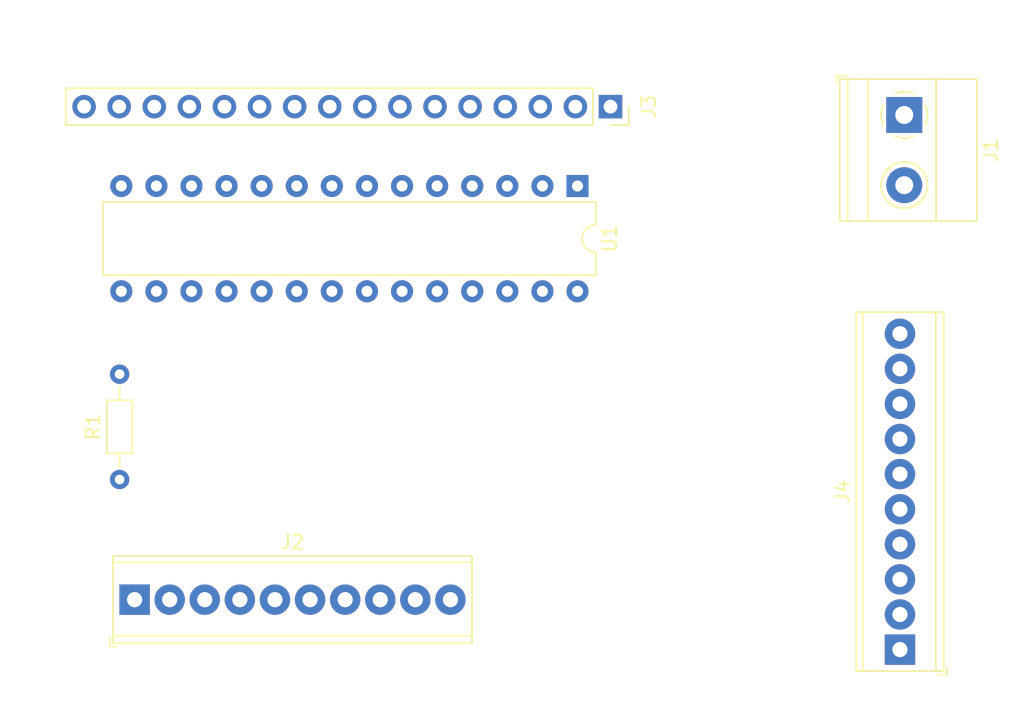
<source format=kicad_pcb>
(kicad_pcb (version 20171130) (host pcbnew "(5.1.12)-1")

  (general
    (thickness 1.6)
    (drawings 4)
    (tracks 0)
    (zones 0)
    (modules 6)
    (nets 57)
  )

  (page A4)
  (layers
    (0 F.Cu signal)
    (31 B.Cu signal)
    (32 B.Adhes user)
    (33 F.Adhes user)
    (34 B.Paste user)
    (35 F.Paste user)
    (36 B.SilkS user)
    (37 F.SilkS user)
    (38 B.Mask user)
    (39 F.Mask user)
    (40 Dwgs.User user)
    (41 Cmts.User user)
    (42 Eco1.User user)
    (43 Eco2.User user)
    (44 Edge.Cuts user)
    (45 Margin user)
    (46 B.CrtYd user)
    (47 F.CrtYd user)
    (48 B.Fab user)
    (49 F.Fab user)
  )

  (setup
    (last_trace_width 0.25)
    (trace_clearance 0.2)
    (zone_clearance 0.508)
    (zone_45_only no)
    (trace_min 0.2)
    (via_size 0.8)
    (via_drill 0.4)
    (via_min_size 0.4)
    (via_min_drill 0.3)
    (uvia_size 0.3)
    (uvia_drill 0.1)
    (uvias_allowed no)
    (uvia_min_size 0.2)
    (uvia_min_drill 0.1)
    (edge_width 0.05)
    (segment_width 0.2)
    (pcb_text_width 0.3)
    (pcb_text_size 1.5 1.5)
    (mod_edge_width 0.12)
    (mod_text_size 1 1)
    (mod_text_width 0.15)
    (pad_size 1.524 1.524)
    (pad_drill 0.762)
    (pad_to_mask_clearance 0)
    (aux_axis_origin 0 0)
    (visible_elements 7FFFFFFF)
    (pcbplotparams
      (layerselection 0x010fc_ffffffff)
      (usegerberextensions false)
      (usegerberattributes true)
      (usegerberadvancedattributes true)
      (creategerberjobfile true)
      (excludeedgelayer true)
      (linewidth 0.100000)
      (plotframeref false)
      (viasonmask false)
      (mode 1)
      (useauxorigin false)
      (hpglpennumber 1)
      (hpglpenspeed 20)
      (hpglpendiameter 15.000000)
      (psnegative false)
      (psa4output false)
      (plotreference true)
      (plotvalue true)
      (plotinvisibletext false)
      (padsonsilk false)
      (subtractmaskfromsilk false)
      (outputformat 1)
      (mirror false)
      (drillshape 1)
      (scaleselection 1)
      (outputdirectory ""))
  )

  (net 0 "")
  (net 1 "Net-(U1-Pad16)")
  (net 2 "Net-(U1-Pad14)")
  (net 3 "Net-(U1-Pad13)")
  (net 4 "Net-(U1-Pad12)")
  (net 5 "Net-(U1-Pad11)")
  (net 6 "Net-(U1-Pad10)")
  (net 7 "Net-(U1-Pad9)")
  (net 8 "Net-(U1-Pad8)")
  (net 9 "Net-(U1-Pad7)")
  (net 10 "Net-(U1-Pad6)")
  (net 11 "Net-(U1-Pad1)")
  (net 12 "Net-(J2-Pad1)")
  (net 13 "Net-(J3-Pad16)")
  (net 14 "Net-(J3-Pad15)")
  (net 15 "Net-(J3-Pad14)")
  (net 16 "Net-(J3-Pad13)")
  (net 17 "Net-(J3-Pad12)")
  (net 18 "Net-(J3-Pad11)")
  (net 19 "Net-(J3-Pad10)")
  (net 20 "Net-(J3-Pad9)")
  (net 21 "Net-(J3-Pad8)")
  (net 22 "Net-(J3-Pad7)")
  (net 23 "Net-(J3-Pad6)")
  (net 24 "Net-(J3-Pad5)")
  (net 25 "Net-(J3-Pad4)")
  (net 26 "Net-(J3-Pad3)")
  (net 27 "Net-(J3-Pad1)")
  (net 28 "Net-(U1-Pad28)")
  (net 29 "Net-(U1-Pad27)")
  (net 30 "Net-(U1-Pad26)")
  (net 31 "Net-(U1-Pad25)")
  (net 32 "Net-(U1-Pad24)")
  (net 33 "Net-(U1-Pad23)")
  (net 34 "Net-(U1-Pad22)")
  (net 35 "Net-(U1-Pad21)")
  (net 36 "Net-(U1-Pad20)")
  (net 37 "Net-(U1-Pad19)")
  (net 38 "Net-(U1-Pad18)")
  (net 39 "Net-(U1-Pad17)")
  (net 40 GND)
  (net 41 "Net-(J2-Pad10)")
  (net 42 "Net-(J2-Pad9)")
  (net 43 "Net-(J2-Pad8)")
  (net 44 "Net-(J2-Pad7)")
  (net 45 "Net-(J2-Pad6)")
  (net 46 "Net-(J2-Pad5)")
  (net 47 "Net-(J2-Pad4)")
  (net 48 "Net-(J2-Pad3)")
  (net 49 "Net-(J2-Pad2)")
  (net 50 +5V)
  (net 51 "Net-(R1-Pad2)")
  (net 52 "Net-(J4-Pad7)")
  (net 53 "Net-(J4-Pad5)")
  (net 54 "Net-(J4-Pad4)")
  (net 55 "Net-(J4-Pad3)")
  (net 56 "Net-(J4-Pad2)")

  (net_class Default "This is the default net class."
    (clearance 0.2)
    (trace_width 0.25)
    (via_dia 0.8)
    (via_drill 0.4)
    (uvia_dia 0.3)
    (uvia_drill 0.1)
    (add_net +5V)
    (add_net GND)
    (add_net "Net-(J2-Pad1)")
    (add_net "Net-(J2-Pad10)")
    (add_net "Net-(J2-Pad2)")
    (add_net "Net-(J2-Pad3)")
    (add_net "Net-(J2-Pad4)")
    (add_net "Net-(J2-Pad5)")
    (add_net "Net-(J2-Pad6)")
    (add_net "Net-(J2-Pad7)")
    (add_net "Net-(J2-Pad8)")
    (add_net "Net-(J2-Pad9)")
    (add_net "Net-(J3-Pad1)")
    (add_net "Net-(J3-Pad10)")
    (add_net "Net-(J3-Pad11)")
    (add_net "Net-(J3-Pad12)")
    (add_net "Net-(J3-Pad13)")
    (add_net "Net-(J3-Pad14)")
    (add_net "Net-(J3-Pad15)")
    (add_net "Net-(J3-Pad16)")
    (add_net "Net-(J3-Pad3)")
    (add_net "Net-(J3-Pad4)")
    (add_net "Net-(J3-Pad5)")
    (add_net "Net-(J3-Pad6)")
    (add_net "Net-(J3-Pad7)")
    (add_net "Net-(J3-Pad8)")
    (add_net "Net-(J3-Pad9)")
    (add_net "Net-(J4-Pad2)")
    (add_net "Net-(J4-Pad3)")
    (add_net "Net-(J4-Pad4)")
    (add_net "Net-(J4-Pad5)")
    (add_net "Net-(J4-Pad7)")
    (add_net "Net-(R1-Pad2)")
    (add_net "Net-(U1-Pad1)")
    (add_net "Net-(U1-Pad10)")
    (add_net "Net-(U1-Pad11)")
    (add_net "Net-(U1-Pad12)")
    (add_net "Net-(U1-Pad13)")
    (add_net "Net-(U1-Pad14)")
    (add_net "Net-(U1-Pad16)")
    (add_net "Net-(U1-Pad17)")
    (add_net "Net-(U1-Pad18)")
    (add_net "Net-(U1-Pad19)")
    (add_net "Net-(U1-Pad20)")
    (add_net "Net-(U1-Pad21)")
    (add_net "Net-(U1-Pad22)")
    (add_net "Net-(U1-Pad23)")
    (add_net "Net-(U1-Pad24)")
    (add_net "Net-(U1-Pad25)")
    (add_net "Net-(U1-Pad26)")
    (add_net "Net-(U1-Pad27)")
    (add_net "Net-(U1-Pad28)")
    (add_net "Net-(U1-Pad6)")
    (add_net "Net-(U1-Pad7)")
    (add_net "Net-(U1-Pad8)")
    (add_net "Net-(U1-Pad9)")
  )

  (module TerminalBlock_Phoenix:TerminalBlock_Phoenix_MPT-0,5-10-2.54_1x10_P2.54mm_Horizontal (layer F.Cu) (tedit 5B294F9E) (tstamp 63152808)
    (at 168.45788 76.12126 90)
    (descr "Terminal Block Phoenix MPT-0,5-10-2.54, 10 pins, pitch 2.54mm, size 25.9x6.2mm^2, drill diamater 1.1mm, pad diameter 2.2mm, see http://www.mouser.com/ds/2/324/ItemDetail_1725672-916605.pdf, script-generated using https://github.com/pointhi/kicad-footprint-generator/scripts/TerminalBlock_Phoenix")
    (tags "THT Terminal Block Phoenix MPT-0,5-10-2.54 pitch 2.54mm size 25.9x6.2mm^2 drill 1.1mm pad 2.2mm")
    (path /63152CD3)
    (fp_text reference J4 (at 11.43 -4.16 90) (layer F.SilkS)
      (effects (font (size 1 1) (thickness 0.15)))
    )
    (fp_text value Conn_01x10_Female (at 11.43 4.16 90) (layer F.Fab)
      (effects (font (size 1 1) (thickness 0.15)))
    )
    (fp_text user %R (at 11.43 2 90) (layer F.Fab)
      (effects (font (size 1 1) (thickness 0.15)))
    )
    (fp_circle (center 0 0) (end 1.1 0) (layer F.Fab) (width 0.1))
    (fp_circle (center 2.54 0) (end 3.64 0) (layer F.Fab) (width 0.1))
    (fp_circle (center 5.08 0) (end 6.18 0) (layer F.Fab) (width 0.1))
    (fp_circle (center 7.62 0) (end 8.72 0) (layer F.Fab) (width 0.1))
    (fp_circle (center 10.16 0) (end 11.26 0) (layer F.Fab) (width 0.1))
    (fp_circle (center 12.7 0) (end 13.8 0) (layer F.Fab) (width 0.1))
    (fp_circle (center 15.24 0) (end 16.34 0) (layer F.Fab) (width 0.1))
    (fp_circle (center 17.78 0) (end 18.88 0) (layer F.Fab) (width 0.1))
    (fp_circle (center 20.32 0) (end 21.42 0) (layer F.Fab) (width 0.1))
    (fp_circle (center 22.86 0) (end 23.96 0) (layer F.Fab) (width 0.1))
    (fp_line (start -1.5 -3.1) (end 24.36 -3.1) (layer F.Fab) (width 0.1))
    (fp_line (start 24.36 -3.1) (end 24.36 3.1) (layer F.Fab) (width 0.1))
    (fp_line (start 24.36 3.1) (end -1 3.1) (layer F.Fab) (width 0.1))
    (fp_line (start -1 3.1) (end -1.5 2.6) (layer F.Fab) (width 0.1))
    (fp_line (start -1.5 2.6) (end -1.5 -3.1) (layer F.Fab) (width 0.1))
    (fp_line (start -1.5 2.6) (end 24.36 2.6) (layer F.Fab) (width 0.1))
    (fp_line (start -1.56 2.6) (end 24.42 2.6) (layer F.SilkS) (width 0.12))
    (fp_line (start -1.5 -2.7) (end 24.36 -2.7) (layer F.Fab) (width 0.1))
    (fp_line (start -1.56 -2.7) (end 24.42 -2.7) (layer F.SilkS) (width 0.12))
    (fp_line (start -1.56 -3.16) (end 24.42 -3.16) (layer F.SilkS) (width 0.12))
    (fp_line (start -1.56 3.16) (end 24.42 3.16) (layer F.SilkS) (width 0.12))
    (fp_line (start -1.56 -3.16) (end -1.56 3.16) (layer F.SilkS) (width 0.12))
    (fp_line (start 24.42 -3.16) (end 24.42 3.16) (layer F.SilkS) (width 0.12))
    (fp_line (start 0.835 -0.7) (end -0.701 0.835) (layer F.Fab) (width 0.1))
    (fp_line (start 0.701 -0.835) (end -0.835 0.7) (layer F.Fab) (width 0.1))
    (fp_line (start 3.375 -0.7) (end 1.84 0.835) (layer F.Fab) (width 0.1))
    (fp_line (start 3.241 -0.835) (end 1.706 0.7) (layer F.Fab) (width 0.1))
    (fp_line (start 5.915 -0.7) (end 4.38 0.835) (layer F.Fab) (width 0.1))
    (fp_line (start 5.781 -0.835) (end 4.246 0.7) (layer F.Fab) (width 0.1))
    (fp_line (start 8.455 -0.7) (end 6.92 0.835) (layer F.Fab) (width 0.1))
    (fp_line (start 8.321 -0.835) (end 6.786 0.7) (layer F.Fab) (width 0.1))
    (fp_line (start 10.995 -0.7) (end 9.46 0.835) (layer F.Fab) (width 0.1))
    (fp_line (start 10.861 -0.835) (end 9.326 0.7) (layer F.Fab) (width 0.1))
    (fp_line (start 13.535 -0.7) (end 12 0.835) (layer F.Fab) (width 0.1))
    (fp_line (start 13.401 -0.835) (end 11.866 0.7) (layer F.Fab) (width 0.1))
    (fp_line (start 16.075 -0.7) (end 14.54 0.835) (layer F.Fab) (width 0.1))
    (fp_line (start 15.941 -0.835) (end 14.406 0.7) (layer F.Fab) (width 0.1))
    (fp_line (start 18.615 -0.7) (end 17.08 0.835) (layer F.Fab) (width 0.1))
    (fp_line (start 18.481 -0.835) (end 16.946 0.7) (layer F.Fab) (width 0.1))
    (fp_line (start 21.155 -0.7) (end 19.62 0.835) (layer F.Fab) (width 0.1))
    (fp_line (start 21.021 -0.835) (end 19.486 0.7) (layer F.Fab) (width 0.1))
    (fp_line (start 23.695 -0.7) (end 22.16 0.835) (layer F.Fab) (width 0.1))
    (fp_line (start 23.561 -0.835) (end 22.026 0.7) (layer F.Fab) (width 0.1))
    (fp_line (start -1.8 2.66) (end -1.8 3.4) (layer F.SilkS) (width 0.12))
    (fp_line (start -1.8 3.4) (end -1.3 3.4) (layer F.SilkS) (width 0.12))
    (fp_line (start -2 -3.6) (end -2 3.6) (layer F.CrtYd) (width 0.05))
    (fp_line (start -2 3.6) (end 24.86 3.6) (layer F.CrtYd) (width 0.05))
    (fp_line (start 24.86 3.6) (end 24.86 -3.6) (layer F.CrtYd) (width 0.05))
    (fp_line (start 24.86 -3.6) (end -2 -3.6) (layer F.CrtYd) (width 0.05))
    (pad 10 thru_hole circle (at 22.86 0 90) (size 2.2 2.2) (drill 1.1) (layers *.Cu *.Mask)
      (net 49 "Net-(J2-Pad2)"))
    (pad 9 thru_hole circle (at 20.32 0 90) (size 2.2 2.2) (drill 1.1) (layers *.Cu *.Mask)
      (net 48 "Net-(J2-Pad3)"))
    (pad 8 thru_hole circle (at 17.78 0 90) (size 2.2 2.2) (drill 1.1) (layers *.Cu *.Mask)
      (net 47 "Net-(J2-Pad4)"))
    (pad 7 thru_hole circle (at 15.24 0 90) (size 2.2 2.2) (drill 1.1) (layers *.Cu *.Mask)
      (net 52 "Net-(J4-Pad7)"))
    (pad 6 thru_hole circle (at 12.7 0 90) (size 2.2 2.2) (drill 1.1) (layers *.Cu *.Mask)
      (net 45 "Net-(J2-Pad6)"))
    (pad 5 thru_hole circle (at 10.16 0 90) (size 2.2 2.2) (drill 1.1) (layers *.Cu *.Mask)
      (net 53 "Net-(J4-Pad5)"))
    (pad 4 thru_hole circle (at 7.62 0 90) (size 2.2 2.2) (drill 1.1) (layers *.Cu *.Mask)
      (net 54 "Net-(J4-Pad4)"))
    (pad 3 thru_hole circle (at 5.08 0 90) (size 2.2 2.2) (drill 1.1) (layers *.Cu *.Mask)
      (net 55 "Net-(J4-Pad3)"))
    (pad 2 thru_hole circle (at 2.54 0 90) (size 2.2 2.2) (drill 1.1) (layers *.Cu *.Mask)
      (net 56 "Net-(J4-Pad2)"))
    (pad 1 thru_hole rect (at 0 0 90) (size 2.2 2.2) (drill 1.1) (layers *.Cu *.Mask)
      (net 41 "Net-(J2-Pad10)"))
    (model ${KISYS3DMOD}/TerminalBlock_Phoenix.3dshapes/TerminalBlock_Phoenix_MPT-0,5-10-2.54_1x10_P2.54mm_Horizontal.wrl
      (at (xyz 0 0 0))
      (scale (xyz 1 1 1))
      (rotate (xyz 0 0 0))
    )
  )

  (module TerminalBlock_Phoenix:TerminalBlock_Phoenix_MPT-0,5-10-2.54_1x10_P2.54mm_Horizontal (layer F.Cu) (tedit 5B294F9E) (tstamp 63147292)
    (at 113.06048 72.50684)
    (descr "Terminal Block Phoenix MPT-0,5-10-2.54, 10 pins, pitch 2.54mm, size 25.9x6.2mm^2, drill diamater 1.1mm, pad diameter 2.2mm, see http://www.mouser.com/ds/2/324/ItemDetail_1725672-916605.pdf, script-generated using https://github.com/pointhi/kicad-footprint-generator/scripts/TerminalBlock_Phoenix")
    (tags "THT Terminal Block Phoenix MPT-0,5-10-2.54 pitch 2.54mm size 25.9x6.2mm^2 drill 1.1mm pad 2.2mm")
    (path /63160366)
    (fp_text reference J2 (at 11.43 -4.16) (layer F.SilkS)
      (effects (font (size 1 1) (thickness 0.15)))
    )
    (fp_text value Conn_01x10 (at 11.43 4.16) (layer F.Fab)
      (effects (font (size 1 1) (thickness 0.15)))
    )
    (fp_text user %R (at 11.43 2) (layer F.Fab)
      (effects (font (size 1 1) (thickness 0.15)))
    )
    (fp_circle (center 0 0) (end 1.1 0) (layer F.Fab) (width 0.1))
    (fp_circle (center 2.54 0) (end 3.64 0) (layer F.Fab) (width 0.1))
    (fp_circle (center 5.08 0) (end 6.18 0) (layer F.Fab) (width 0.1))
    (fp_circle (center 7.62 0) (end 8.72 0) (layer F.Fab) (width 0.1))
    (fp_circle (center 10.16 0) (end 11.26 0) (layer F.Fab) (width 0.1))
    (fp_circle (center 12.7 0) (end 13.8 0) (layer F.Fab) (width 0.1))
    (fp_circle (center 15.24 0) (end 16.34 0) (layer F.Fab) (width 0.1))
    (fp_circle (center 17.78 0) (end 18.88 0) (layer F.Fab) (width 0.1))
    (fp_circle (center 20.32 0) (end 21.42 0) (layer F.Fab) (width 0.1))
    (fp_circle (center 22.86 0) (end 23.96 0) (layer F.Fab) (width 0.1))
    (fp_line (start -1.5 -3.1) (end 24.36 -3.1) (layer F.Fab) (width 0.1))
    (fp_line (start 24.36 -3.1) (end 24.36 3.1) (layer F.Fab) (width 0.1))
    (fp_line (start 24.36 3.1) (end -1 3.1) (layer F.Fab) (width 0.1))
    (fp_line (start -1 3.1) (end -1.5 2.6) (layer F.Fab) (width 0.1))
    (fp_line (start -1.5 2.6) (end -1.5 -3.1) (layer F.Fab) (width 0.1))
    (fp_line (start -1.5 2.6) (end 24.36 2.6) (layer F.Fab) (width 0.1))
    (fp_line (start -1.56 2.6) (end 24.42 2.6) (layer F.SilkS) (width 0.12))
    (fp_line (start -1.5 -2.7) (end 24.36 -2.7) (layer F.Fab) (width 0.1))
    (fp_line (start -1.56 -2.7) (end 24.42 -2.7) (layer F.SilkS) (width 0.12))
    (fp_line (start -1.56 -3.16) (end 24.42 -3.16) (layer F.SilkS) (width 0.12))
    (fp_line (start -1.56 3.16) (end 24.42 3.16) (layer F.SilkS) (width 0.12))
    (fp_line (start -1.56 -3.16) (end -1.56 3.16) (layer F.SilkS) (width 0.12))
    (fp_line (start 24.42 -3.16) (end 24.42 3.16) (layer F.SilkS) (width 0.12))
    (fp_line (start 0.835 -0.7) (end -0.701 0.835) (layer F.Fab) (width 0.1))
    (fp_line (start 0.701 -0.835) (end -0.835 0.7) (layer F.Fab) (width 0.1))
    (fp_line (start 3.375 -0.7) (end 1.84 0.835) (layer F.Fab) (width 0.1))
    (fp_line (start 3.241 -0.835) (end 1.706 0.7) (layer F.Fab) (width 0.1))
    (fp_line (start 5.915 -0.7) (end 4.38 0.835) (layer F.Fab) (width 0.1))
    (fp_line (start 5.781 -0.835) (end 4.246 0.7) (layer F.Fab) (width 0.1))
    (fp_line (start 8.455 -0.7) (end 6.92 0.835) (layer F.Fab) (width 0.1))
    (fp_line (start 8.321 -0.835) (end 6.786 0.7) (layer F.Fab) (width 0.1))
    (fp_line (start 10.995 -0.7) (end 9.46 0.835) (layer F.Fab) (width 0.1))
    (fp_line (start 10.861 -0.835) (end 9.326 0.7) (layer F.Fab) (width 0.1))
    (fp_line (start 13.535 -0.7) (end 12 0.835) (layer F.Fab) (width 0.1))
    (fp_line (start 13.401 -0.835) (end 11.866 0.7) (layer F.Fab) (width 0.1))
    (fp_line (start 16.075 -0.7) (end 14.54 0.835) (layer F.Fab) (width 0.1))
    (fp_line (start 15.941 -0.835) (end 14.406 0.7) (layer F.Fab) (width 0.1))
    (fp_line (start 18.615 -0.7) (end 17.08 0.835) (layer F.Fab) (width 0.1))
    (fp_line (start 18.481 -0.835) (end 16.946 0.7) (layer F.Fab) (width 0.1))
    (fp_line (start 21.155 -0.7) (end 19.62 0.835) (layer F.Fab) (width 0.1))
    (fp_line (start 21.021 -0.835) (end 19.486 0.7) (layer F.Fab) (width 0.1))
    (fp_line (start 23.695 -0.7) (end 22.16 0.835) (layer F.Fab) (width 0.1))
    (fp_line (start 23.561 -0.835) (end 22.026 0.7) (layer F.Fab) (width 0.1))
    (fp_line (start -1.8 2.66) (end -1.8 3.4) (layer F.SilkS) (width 0.12))
    (fp_line (start -1.8 3.4) (end -1.3 3.4) (layer F.SilkS) (width 0.12))
    (fp_line (start -2 -3.6) (end -2 3.6) (layer F.CrtYd) (width 0.05))
    (fp_line (start -2 3.6) (end 24.86 3.6) (layer F.CrtYd) (width 0.05))
    (fp_line (start 24.86 3.6) (end 24.86 -3.6) (layer F.CrtYd) (width 0.05))
    (fp_line (start 24.86 -3.6) (end -2 -3.6) (layer F.CrtYd) (width 0.05))
    (pad 10 thru_hole circle (at 22.86 0) (size 2.2 2.2) (drill 1.1) (layers *.Cu *.Mask)
      (net 41 "Net-(J2-Pad10)"))
    (pad 9 thru_hole circle (at 20.32 0) (size 2.2 2.2) (drill 1.1) (layers *.Cu *.Mask)
      (net 42 "Net-(J2-Pad9)"))
    (pad 8 thru_hole circle (at 17.78 0) (size 2.2 2.2) (drill 1.1) (layers *.Cu *.Mask)
      (net 43 "Net-(J2-Pad8)"))
    (pad 7 thru_hole circle (at 15.24 0) (size 2.2 2.2) (drill 1.1) (layers *.Cu *.Mask)
      (net 44 "Net-(J2-Pad7)"))
    (pad 6 thru_hole circle (at 12.7 0) (size 2.2 2.2) (drill 1.1) (layers *.Cu *.Mask)
      (net 45 "Net-(J2-Pad6)"))
    (pad 5 thru_hole circle (at 10.16 0) (size 2.2 2.2) (drill 1.1) (layers *.Cu *.Mask)
      (net 46 "Net-(J2-Pad5)"))
    (pad 4 thru_hole circle (at 7.62 0) (size 2.2 2.2) (drill 1.1) (layers *.Cu *.Mask)
      (net 47 "Net-(J2-Pad4)"))
    (pad 3 thru_hole circle (at 5.08 0) (size 2.2 2.2) (drill 1.1) (layers *.Cu *.Mask)
      (net 48 "Net-(J2-Pad3)"))
    (pad 2 thru_hole circle (at 2.54 0) (size 2.2 2.2) (drill 1.1) (layers *.Cu *.Mask)
      (net 49 "Net-(J2-Pad2)"))
    (pad 1 thru_hole rect (at 0 0) (size 2.2 2.2) (drill 1.1) (layers *.Cu *.Mask)
      (net 12 "Net-(J2-Pad1)"))
    (model ${KISYS3DMOD}/TerminalBlock_Phoenix.3dshapes/TerminalBlock_Phoenix_MPT-0,5-10-2.54_1x10_P2.54mm_Horizontal.wrl
      (at (xyz 0 0 0))
      (scale (xyz 1 1 1))
      (rotate (xyz 0 0 0))
    )
  )

  (module Resistor_THT:R_Axial_DIN0204_L3.6mm_D1.6mm_P7.62mm_Horizontal (layer F.Cu) (tedit 5AE5139B) (tstamp 6314905A)
    (at 111.9759 63.80988 90)
    (descr "Resistor, Axial_DIN0204 series, Axial, Horizontal, pin pitch=7.62mm, 0.167W, length*diameter=3.6*1.6mm^2, http://cdn-reichelt.de/documents/datenblatt/B400/1_4W%23YAG.pdf")
    (tags "Resistor Axial_DIN0204 series Axial Horizontal pin pitch 7.62mm 0.167W length 3.6mm diameter 1.6mm")
    (path /6316DF5D)
    (fp_text reference R1 (at 3.81 -1.92 90) (layer F.SilkS)
      (effects (font (size 1 1) (thickness 0.15)))
    )
    (fp_text value R (at 3.81 1.92 90) (layer F.Fab)
      (effects (font (size 1 1) (thickness 0.15)))
    )
    (fp_line (start 8.57 -1.05) (end -0.95 -1.05) (layer F.CrtYd) (width 0.05))
    (fp_line (start 8.57 1.05) (end 8.57 -1.05) (layer F.CrtYd) (width 0.05))
    (fp_line (start -0.95 1.05) (end 8.57 1.05) (layer F.CrtYd) (width 0.05))
    (fp_line (start -0.95 -1.05) (end -0.95 1.05) (layer F.CrtYd) (width 0.05))
    (fp_line (start 6.68 0) (end 5.73 0) (layer F.SilkS) (width 0.12))
    (fp_line (start 0.94 0) (end 1.89 0) (layer F.SilkS) (width 0.12))
    (fp_line (start 5.73 -0.92) (end 1.89 -0.92) (layer F.SilkS) (width 0.12))
    (fp_line (start 5.73 0.92) (end 5.73 -0.92) (layer F.SilkS) (width 0.12))
    (fp_line (start 1.89 0.92) (end 5.73 0.92) (layer F.SilkS) (width 0.12))
    (fp_line (start 1.89 -0.92) (end 1.89 0.92) (layer F.SilkS) (width 0.12))
    (fp_line (start 7.62 0) (end 5.61 0) (layer F.Fab) (width 0.1))
    (fp_line (start 0 0) (end 2.01 0) (layer F.Fab) (width 0.1))
    (fp_line (start 5.61 -0.8) (end 2.01 -0.8) (layer F.Fab) (width 0.1))
    (fp_line (start 5.61 0.8) (end 5.61 -0.8) (layer F.Fab) (width 0.1))
    (fp_line (start 2.01 0.8) (end 5.61 0.8) (layer F.Fab) (width 0.1))
    (fp_line (start 2.01 -0.8) (end 2.01 0.8) (layer F.Fab) (width 0.1))
    (fp_text user %R (at 3.81 0 90) (layer F.Fab)
      (effects (font (size 0.72 0.72) (thickness 0.108)))
    )
    (pad 2 thru_hole oval (at 7.62 0 90) (size 1.4 1.4) (drill 0.7) (layers *.Cu *.Mask)
      (net 51 "Net-(R1-Pad2)"))
    (pad 1 thru_hole circle (at 0 0 90) (size 1.4 1.4) (drill 0.7) (layers *.Cu *.Mask)
      (net 12 "Net-(J2-Pad1)"))
    (model ${KISYS3DMOD}/Resistor_THT.3dshapes/R_Axial_DIN0204_L3.6mm_D1.6mm_P7.62mm_Horizontal.wrl
      (at (xyz 0 0 0))
      (scale (xyz 1 1 1))
      (rotate (xyz 0 0 0))
    )
  )

  (module TerminalBlock_Phoenix:TerminalBlock_Phoenix_MKDS-1,5-2-5.08_1x02_P5.08mm_Horizontal (layer F.Cu) (tedit 5B294EBC) (tstamp 630CCB8A)
    (at 168.76776 37.4269 270)
    (descr "Terminal Block Phoenix MKDS-1,5-2-5.08, 2 pins, pitch 5.08mm, size 10.2x9.8mm^2, drill diamater 1.3mm, pad diameter 2.6mm, see http://www.farnell.com/datasheets/100425.pdf, script-generated using https://github.com/pointhi/kicad-footprint-generator/scripts/TerminalBlock_Phoenix")
    (tags "THT Terminal Block Phoenix MKDS-1,5-2-5.08 pitch 5.08mm size 10.2x9.8mm^2 drill 1.3mm pad 2.6mm")
    (path /630C6641)
    (fp_text reference J1 (at 2.54 -6.26 90) (layer F.SilkS)
      (effects (font (size 1 1) (thickness 0.15)))
    )
    (fp_text value Conn_01x02_Male (at 2.54 5.66 90) (layer F.Fab)
      (effects (font (size 1 1) (thickness 0.15)))
    )
    (fp_line (start 8.13 -5.71) (end -3.04 -5.71) (layer F.CrtYd) (width 0.05))
    (fp_line (start 8.13 5.1) (end 8.13 -5.71) (layer F.CrtYd) (width 0.05))
    (fp_line (start -3.04 5.1) (end 8.13 5.1) (layer F.CrtYd) (width 0.05))
    (fp_line (start -3.04 -5.71) (end -3.04 5.1) (layer F.CrtYd) (width 0.05))
    (fp_line (start -2.84 4.9) (end -2.34 4.9) (layer F.SilkS) (width 0.12))
    (fp_line (start -2.84 4.16) (end -2.84 4.9) (layer F.SilkS) (width 0.12))
    (fp_line (start 3.853 1.023) (end 3.806 1.069) (layer F.SilkS) (width 0.12))
    (fp_line (start 6.15 -1.275) (end 6.115 -1.239) (layer F.SilkS) (width 0.12))
    (fp_line (start 4.046 1.239) (end 4.011 1.274) (layer F.SilkS) (width 0.12))
    (fp_line (start 6.355 -1.069) (end 6.308 -1.023) (layer F.SilkS) (width 0.12))
    (fp_line (start 6.035 -1.138) (end 3.943 0.955) (layer F.Fab) (width 0.1))
    (fp_line (start 6.218 -0.955) (end 4.126 1.138) (layer F.Fab) (width 0.1))
    (fp_line (start 0.955 -1.138) (end -1.138 0.955) (layer F.Fab) (width 0.1))
    (fp_line (start 1.138 -0.955) (end -0.955 1.138) (layer F.Fab) (width 0.1))
    (fp_line (start 7.68 -5.261) (end 7.68 4.66) (layer F.SilkS) (width 0.12))
    (fp_line (start -2.6 -5.261) (end -2.6 4.66) (layer F.SilkS) (width 0.12))
    (fp_line (start -2.6 4.66) (end 7.68 4.66) (layer F.SilkS) (width 0.12))
    (fp_line (start -2.6 -5.261) (end 7.68 -5.261) (layer F.SilkS) (width 0.12))
    (fp_line (start -2.6 -2.301) (end 7.68 -2.301) (layer F.SilkS) (width 0.12))
    (fp_line (start -2.54 -2.3) (end 7.62 -2.3) (layer F.Fab) (width 0.1))
    (fp_line (start -2.6 2.6) (end 7.68 2.6) (layer F.SilkS) (width 0.12))
    (fp_line (start -2.54 2.6) (end 7.62 2.6) (layer F.Fab) (width 0.1))
    (fp_line (start -2.6 4.1) (end 7.68 4.1) (layer F.SilkS) (width 0.12))
    (fp_line (start -2.54 4.1) (end 7.62 4.1) (layer F.Fab) (width 0.1))
    (fp_line (start -2.54 4.1) (end -2.54 -5.2) (layer F.Fab) (width 0.1))
    (fp_line (start -2.04 4.6) (end -2.54 4.1) (layer F.Fab) (width 0.1))
    (fp_line (start 7.62 4.6) (end -2.04 4.6) (layer F.Fab) (width 0.1))
    (fp_line (start 7.62 -5.2) (end 7.62 4.6) (layer F.Fab) (width 0.1))
    (fp_line (start -2.54 -5.2) (end 7.62 -5.2) (layer F.Fab) (width 0.1))
    (fp_circle (center 5.08 0) (end 6.76 0) (layer F.SilkS) (width 0.12))
    (fp_circle (center 5.08 0) (end 6.58 0) (layer F.Fab) (width 0.1))
    (fp_circle (center 0 0) (end 1.5 0) (layer F.Fab) (width 0.1))
    (fp_text user %R (at 2.54 3.2 90) (layer F.Fab)
      (effects (font (size 1 1) (thickness 0.15)))
    )
    (fp_arc (start 0 0) (end -0.684 1.535) (angle -25) (layer F.SilkS) (width 0.12))
    (fp_arc (start 0 0) (end -1.535 -0.684) (angle -48) (layer F.SilkS) (width 0.12))
    (fp_arc (start 0 0) (end 0.684 -1.535) (angle -48) (layer F.SilkS) (width 0.12))
    (fp_arc (start 0 0) (end 1.535 0.684) (angle -48) (layer F.SilkS) (width 0.12))
    (fp_arc (start 0 0) (end 0 1.68) (angle -24) (layer F.SilkS) (width 0.12))
    (pad 2 thru_hole circle (at 5.08 0 270) (size 2.6 2.6) (drill 1.3) (layers *.Cu *.Mask)
      (net 40 GND))
    (pad 1 thru_hole rect (at 0 0 270) (size 2.6 2.6) (drill 1.3) (layers *.Cu *.Mask)
      (net 50 +5V))
    (model ${KISYS3DMOD}/TerminalBlock_Phoenix.3dshapes/TerminalBlock_Phoenix_MKDS-1,5-2-5.08_1x02_P5.08mm_Horizontal.wrl
      (at (xyz 0 0 0))
      (scale (xyz 1 1 1))
      (rotate (xyz 0 0 0))
    )
  )

  (module Package_DIP:DIP-28_W7.62mm (layer F.Cu) (tedit 5A02E8C5) (tstamp 6313E79C)
    (at 145.11782 42.56786 270)
    (descr "28-lead though-hole mounted DIP package, row spacing 7.62 mm (300 mils)")
    (tags "THT DIP DIL PDIP 2.54mm 7.62mm 300mil")
    (path /631447EE)
    (fp_text reference U1 (at 3.81 -2.33 90) (layer F.SilkS)
      (effects (font (size 1 1) (thickness 0.15)))
    )
    (fp_text value ATmega8A-PU (at 3.81 35.35 90) (layer F.Fab)
      (effects (font (size 1 1) (thickness 0.15)))
    )
    (fp_line (start 8.7 -1.55) (end -1.1 -1.55) (layer F.CrtYd) (width 0.05))
    (fp_line (start 8.7 34.55) (end 8.7 -1.55) (layer F.CrtYd) (width 0.05))
    (fp_line (start -1.1 34.55) (end 8.7 34.55) (layer F.CrtYd) (width 0.05))
    (fp_line (start -1.1 -1.55) (end -1.1 34.55) (layer F.CrtYd) (width 0.05))
    (fp_line (start 6.46 -1.33) (end 4.81 -1.33) (layer F.SilkS) (width 0.12))
    (fp_line (start 6.46 34.35) (end 6.46 -1.33) (layer F.SilkS) (width 0.12))
    (fp_line (start 1.16 34.35) (end 6.46 34.35) (layer F.SilkS) (width 0.12))
    (fp_line (start 1.16 -1.33) (end 1.16 34.35) (layer F.SilkS) (width 0.12))
    (fp_line (start 2.81 -1.33) (end 1.16 -1.33) (layer F.SilkS) (width 0.12))
    (fp_line (start 0.635 -0.27) (end 1.635 -1.27) (layer F.Fab) (width 0.1))
    (fp_line (start 0.635 34.29) (end 0.635 -0.27) (layer F.Fab) (width 0.1))
    (fp_line (start 6.985 34.29) (end 0.635 34.29) (layer F.Fab) (width 0.1))
    (fp_line (start 6.985 -1.27) (end 6.985 34.29) (layer F.Fab) (width 0.1))
    (fp_line (start 1.635 -1.27) (end 6.985 -1.27) (layer F.Fab) (width 0.1))
    (fp_text user %R (at 3.81 16.51 90) (layer F.Fab)
      (effects (font (size 1 1) (thickness 0.15)))
    )
    (fp_arc (start 3.81 -1.33) (end 2.81 -1.33) (angle -180) (layer F.SilkS) (width 0.12))
    (pad 28 thru_hole oval (at 7.62 0 270) (size 1.6 1.6) (drill 0.8) (layers *.Cu *.Mask)
      (net 28 "Net-(U1-Pad28)"))
    (pad 14 thru_hole oval (at 0 33.02 270) (size 1.6 1.6) (drill 0.8) (layers *.Cu *.Mask)
      (net 2 "Net-(U1-Pad14)"))
    (pad 27 thru_hole oval (at 7.62 2.54 270) (size 1.6 1.6) (drill 0.8) (layers *.Cu *.Mask)
      (net 29 "Net-(U1-Pad27)"))
    (pad 13 thru_hole oval (at 0 30.48 270) (size 1.6 1.6) (drill 0.8) (layers *.Cu *.Mask)
      (net 3 "Net-(U1-Pad13)"))
    (pad 26 thru_hole oval (at 7.62 5.08 270) (size 1.6 1.6) (drill 0.8) (layers *.Cu *.Mask)
      (net 30 "Net-(U1-Pad26)"))
    (pad 12 thru_hole oval (at 0 27.94 270) (size 1.6 1.6) (drill 0.8) (layers *.Cu *.Mask)
      (net 4 "Net-(U1-Pad12)"))
    (pad 25 thru_hole oval (at 7.62 7.62 270) (size 1.6 1.6) (drill 0.8) (layers *.Cu *.Mask)
      (net 31 "Net-(U1-Pad25)"))
    (pad 11 thru_hole oval (at 0 25.4 270) (size 1.6 1.6) (drill 0.8) (layers *.Cu *.Mask)
      (net 5 "Net-(U1-Pad11)"))
    (pad 24 thru_hole oval (at 7.62 10.16 270) (size 1.6 1.6) (drill 0.8) (layers *.Cu *.Mask)
      (net 32 "Net-(U1-Pad24)"))
    (pad 10 thru_hole oval (at 0 22.86 270) (size 1.6 1.6) (drill 0.8) (layers *.Cu *.Mask)
      (net 6 "Net-(U1-Pad10)"))
    (pad 23 thru_hole oval (at 7.62 12.7 270) (size 1.6 1.6) (drill 0.8) (layers *.Cu *.Mask)
      (net 33 "Net-(U1-Pad23)"))
    (pad 9 thru_hole oval (at 0 20.32 270) (size 1.6 1.6) (drill 0.8) (layers *.Cu *.Mask)
      (net 7 "Net-(U1-Pad9)"))
    (pad 22 thru_hole oval (at 7.62 15.24 270) (size 1.6 1.6) (drill 0.8) (layers *.Cu *.Mask)
      (net 34 "Net-(U1-Pad22)"))
    (pad 8 thru_hole oval (at 0 17.78 270) (size 1.6 1.6) (drill 0.8) (layers *.Cu *.Mask)
      (net 8 "Net-(U1-Pad8)"))
    (pad 21 thru_hole oval (at 7.62 17.78 270) (size 1.6 1.6) (drill 0.8) (layers *.Cu *.Mask)
      (net 35 "Net-(U1-Pad21)"))
    (pad 7 thru_hole oval (at 0 15.24 270) (size 1.6 1.6) (drill 0.8) (layers *.Cu *.Mask)
      (net 9 "Net-(U1-Pad7)"))
    (pad 20 thru_hole oval (at 7.62 20.32 270) (size 1.6 1.6) (drill 0.8) (layers *.Cu *.Mask)
      (net 36 "Net-(U1-Pad20)"))
    (pad 6 thru_hole oval (at 0 12.7 270) (size 1.6 1.6) (drill 0.8) (layers *.Cu *.Mask)
      (net 10 "Net-(U1-Pad6)"))
    (pad 19 thru_hole oval (at 7.62 22.86 270) (size 1.6 1.6) (drill 0.8) (layers *.Cu *.Mask)
      (net 37 "Net-(U1-Pad19)"))
    (pad 5 thru_hole oval (at 0 10.16 270) (size 1.6 1.6) (drill 0.8) (layers *.Cu *.Mask)
      (net 23 "Net-(J3-Pad6)"))
    (pad 18 thru_hole oval (at 7.62 25.4 270) (size 1.6 1.6) (drill 0.8) (layers *.Cu *.Mask)
      (net 38 "Net-(U1-Pad18)"))
    (pad 4 thru_hole oval (at 0 7.62 270) (size 1.6 1.6) (drill 0.8) (layers *.Cu *.Mask)
      (net 24 "Net-(J3-Pad5)"))
    (pad 17 thru_hole oval (at 7.62 27.94 270) (size 1.6 1.6) (drill 0.8) (layers *.Cu *.Mask)
      (net 39 "Net-(U1-Pad17)"))
    (pad 3 thru_hole oval (at 0 5.08 270) (size 1.6 1.6) (drill 0.8) (layers *.Cu *.Mask)
      (net 25 "Net-(J3-Pad4)"))
    (pad 16 thru_hole oval (at 7.62 30.48 270) (size 1.6 1.6) (drill 0.8) (layers *.Cu *.Mask)
      (net 1 "Net-(U1-Pad16)"))
    (pad 2 thru_hole oval (at 0 2.54 270) (size 1.6 1.6) (drill 0.8) (layers *.Cu *.Mask)
      (net 26 "Net-(J3-Pad3)"))
    (pad 15 thru_hole oval (at 7.62 33.02 270) (size 1.6 1.6) (drill 0.8) (layers *.Cu *.Mask)
      (net 51 "Net-(R1-Pad2)"))
    (pad 1 thru_hole rect (at 0 0 270) (size 1.6 1.6) (drill 0.8) (layers *.Cu *.Mask)
      (net 11 "Net-(U1-Pad1)"))
    (model ${KISYS3DMOD}/Package_DIP.3dshapes/DIP-28_W7.62mm.wrl
      (at (xyz 0 0 0))
      (scale (xyz 1 1 1))
      (rotate (xyz 0 0 0))
    )
  )

  (module Connector_PinSocket_2.54mm:PinSocket_1x16_P2.54mm_Vertical (layer F.Cu) (tedit 5A19A41E) (tstamp 6313E76C)
    (at 147.50542 36.82492 270)
    (descr "Through hole straight socket strip, 1x16, 2.54mm pitch, single row (from Kicad 4.0.7), script generated")
    (tags "Through hole socket strip THT 1x16 2.54mm single row")
    (path /631F38D9)
    (fp_text reference J3 (at 0 -2.77 90) (layer F.SilkS)
      (effects (font (size 1 1) (thickness 0.15)))
    )
    (fp_text value Conn_01x16_Female (at 0 40.87 90) (layer F.Fab)
      (effects (font (size 1 1) (thickness 0.15)))
    )
    (fp_line (start -1.8 39.9) (end -1.8 -1.8) (layer F.CrtYd) (width 0.05))
    (fp_line (start 1.75 39.9) (end -1.8 39.9) (layer F.CrtYd) (width 0.05))
    (fp_line (start 1.75 -1.8) (end 1.75 39.9) (layer F.CrtYd) (width 0.05))
    (fp_line (start -1.8 -1.8) (end 1.75 -1.8) (layer F.CrtYd) (width 0.05))
    (fp_line (start 0 -1.33) (end 1.33 -1.33) (layer F.SilkS) (width 0.12))
    (fp_line (start 1.33 -1.33) (end 1.33 0) (layer F.SilkS) (width 0.12))
    (fp_line (start 1.33 1.27) (end 1.33 39.43) (layer F.SilkS) (width 0.12))
    (fp_line (start -1.33 39.43) (end 1.33 39.43) (layer F.SilkS) (width 0.12))
    (fp_line (start -1.33 1.27) (end -1.33 39.43) (layer F.SilkS) (width 0.12))
    (fp_line (start -1.33 1.27) (end 1.33 1.27) (layer F.SilkS) (width 0.12))
    (fp_line (start -1.27 39.37) (end -1.27 -1.27) (layer F.Fab) (width 0.1))
    (fp_line (start 1.27 39.37) (end -1.27 39.37) (layer F.Fab) (width 0.1))
    (fp_line (start 1.27 -0.635) (end 1.27 39.37) (layer F.Fab) (width 0.1))
    (fp_line (start 0.635 -1.27) (end 1.27 -0.635) (layer F.Fab) (width 0.1))
    (fp_line (start -1.27 -1.27) (end 0.635 -1.27) (layer F.Fab) (width 0.1))
    (fp_text user %R (at 0 19.05) (layer F.Fab)
      (effects (font (size 1 1) (thickness 0.15)))
    )
    (pad 16 thru_hole oval (at 0 38.1 270) (size 1.7 1.7) (drill 1) (layers *.Cu *.Mask)
      (net 13 "Net-(J3-Pad16)"))
    (pad 15 thru_hole oval (at 0 35.56 270) (size 1.7 1.7) (drill 1) (layers *.Cu *.Mask)
      (net 14 "Net-(J3-Pad15)"))
    (pad 14 thru_hole oval (at 0 33.02 270) (size 1.7 1.7) (drill 1) (layers *.Cu *.Mask)
      (net 15 "Net-(J3-Pad14)"))
    (pad 13 thru_hole oval (at 0 30.48 270) (size 1.7 1.7) (drill 1) (layers *.Cu *.Mask)
      (net 16 "Net-(J3-Pad13)"))
    (pad 12 thru_hole oval (at 0 27.94 270) (size 1.7 1.7) (drill 1) (layers *.Cu *.Mask)
      (net 17 "Net-(J3-Pad12)"))
    (pad 11 thru_hole oval (at 0 25.4 270) (size 1.7 1.7) (drill 1) (layers *.Cu *.Mask)
      (net 18 "Net-(J3-Pad11)"))
    (pad 10 thru_hole oval (at 0 22.86 270) (size 1.7 1.7) (drill 1) (layers *.Cu *.Mask)
      (net 19 "Net-(J3-Pad10)"))
    (pad 9 thru_hole oval (at 0 20.32 270) (size 1.7 1.7) (drill 1) (layers *.Cu *.Mask)
      (net 20 "Net-(J3-Pad9)"))
    (pad 8 thru_hole oval (at 0 17.78 270) (size 1.7 1.7) (drill 1) (layers *.Cu *.Mask)
      (net 21 "Net-(J3-Pad8)"))
    (pad 7 thru_hole oval (at 0 15.24 270) (size 1.7 1.7) (drill 1) (layers *.Cu *.Mask)
      (net 22 "Net-(J3-Pad7)"))
    (pad 6 thru_hole oval (at 0 12.7 270) (size 1.7 1.7) (drill 1) (layers *.Cu *.Mask)
      (net 23 "Net-(J3-Pad6)"))
    (pad 5 thru_hole oval (at 0 10.16 270) (size 1.7 1.7) (drill 1) (layers *.Cu *.Mask)
      (net 24 "Net-(J3-Pad5)"))
    (pad 4 thru_hole oval (at 0 7.62 270) (size 1.7 1.7) (drill 1) (layers *.Cu *.Mask)
      (net 25 "Net-(J3-Pad4)"))
    (pad 3 thru_hole oval (at 0 5.08 270) (size 1.7 1.7) (drill 1) (layers *.Cu *.Mask)
      (net 26 "Net-(J3-Pad3)"))
    (pad 2 thru_hole oval (at 0 2.54 270) (size 1.7 1.7) (drill 1) (layers *.Cu *.Mask)
      (net 50 +5V))
    (pad 1 thru_hole rect (at 0 0 270) (size 1.7 1.7) (drill 1) (layers *.Cu *.Mask)
      (net 27 "Net-(J3-Pad1)"))
    (model ${KISYS3DMOD}/Connector_PinSocket_2.54mm.3dshapes/PinSocket_1x16_P2.54mm_Vertical.wrl
      (at (xyz 0 0 0))
      (scale (xyz 1 1 1))
      (rotate (xyz 0 0 0))
    )
  )

  (gr_line (start 103.40594 32.14116) (end 103.57866 79.81442) (layer Dwgs.User) (width 0.15) (tstamp 630CD08C))
  (gr_line (start 103.58374 79.81696) (end 177.31486 79.99476) (layer Dwgs.User) (width 0.15) (tstamp 630CCE16))
  (gr_line (start 177.33264 32.21736) (end 177.3809 80.0608) (layer Dwgs.User) (width 0.15))
  (gr_line (start 103.39324 32.18434) (end 177.29708 32.24276) (layer Dwgs.User) (width 0.15))

)

</source>
